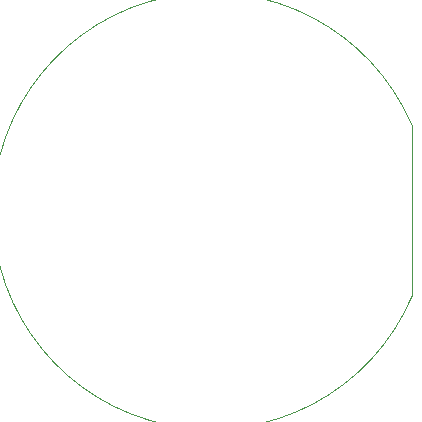
<source format=gbr>
%TF.GenerationSoftware,KiCad,Pcbnew,9.0.1*%
%TF.CreationDate,2025-06-29T22:28:52-07:00*%
%TF.ProjectId,Complete,436f6d70-6c65-4746-952e-6b696361645f,rev?*%
%TF.SameCoordinates,Original*%
%TF.FileFunction,Profile,NP*%
%FSLAX46Y46*%
G04 Gerber Fmt 4.6, Leading zero omitted, Abs format (unit mm)*
G04 Created by KiCad (PCBNEW 9.0.1) date 2025-06-29 22:28:52*
%MOMM*%
%LPD*%
G01*
G04 APERTURE LIST*
%TA.AperFunction,Profile*%
%ADD10C,0.050000*%
%TD*%
G04 APERTURE END LIST*
D10*
X242980195Y-78235701D02*
X242999999Y-92717790D01*
X242999999Y-92717790D02*
G75*
G02*
X242980198Y-78235666I-17016239J7217810D01*
G01*
M02*

</source>
